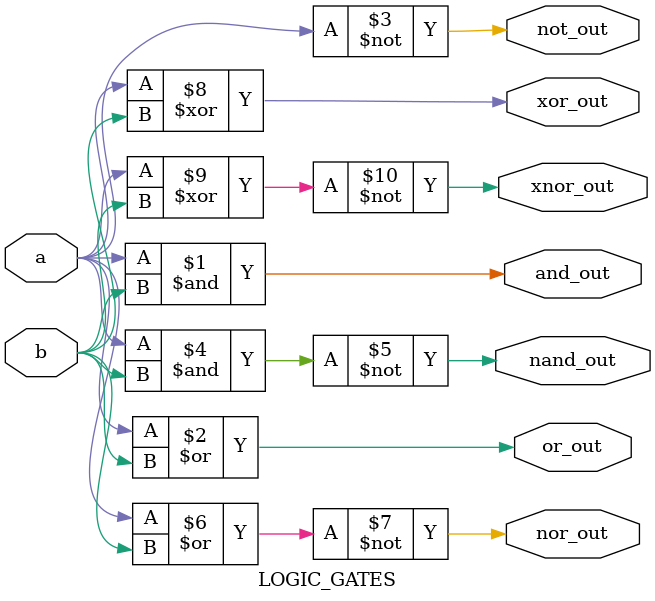
<source format=v>
module LOGIC_GATES (
    input  wire a,     // Input A
    input  wire b,     // Input B
    output wire and_out,
    output wire or_out,
    output wire not_out,   // only on A
    output wire nand_out,
    output wire nor_out,
    output wire xor_out,
    output wire xnor_out
);

    assign and_out  = a & b;      // AND gate
    assign or_out   = a | b;      // OR gate
    assign not_out  = ~a;         // NOT gate (on input A)
    assign nand_out = ~(a & b);   // NAND gate
    assign nor_out  = ~(a | b);   // NOR gate
    assign xor_out  = a ^ b;      // XOR gate
    assign xnor_out = ~(a ^ b);   // XNOR gate

endmodule
</source>
